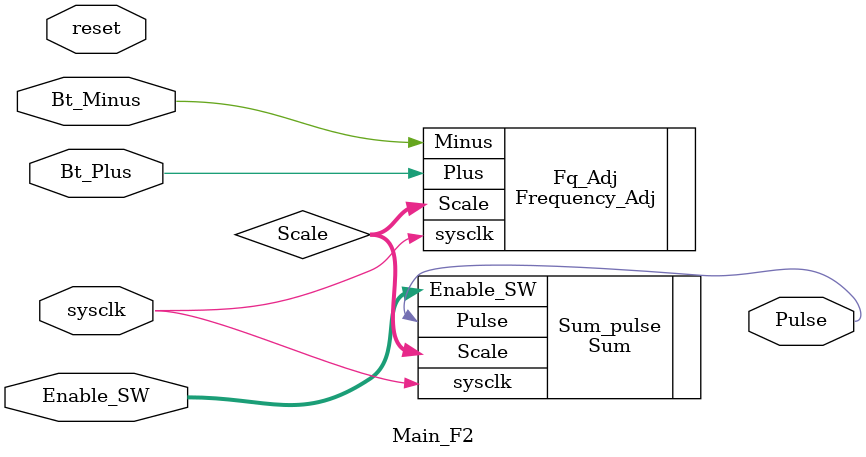
<source format=v>

module Main_F2 (input wire sysclk,
input wire [3:0] Enable_SW,
input wire reset,
input wire Bt_Plus,
input wire Bt_Minus,
output wire Pulse);

//Frequency_Adj output, Waveforms' input
wire [5:0] Scale;

//Frequency Adjustment
Frequency_Adj Fq_Adj (.sysclk(sysclk),.Plus(Bt_Plus),.Minus(Bt_Minus),
.Scale(Scale));
//Waveforms Generator.

Sum Sum_pulse (.sysclk(sysclk),.Enable_SW(Enable_SW),.Pulse(Pulse),.Scale(Scale));
endmodule
</source>
